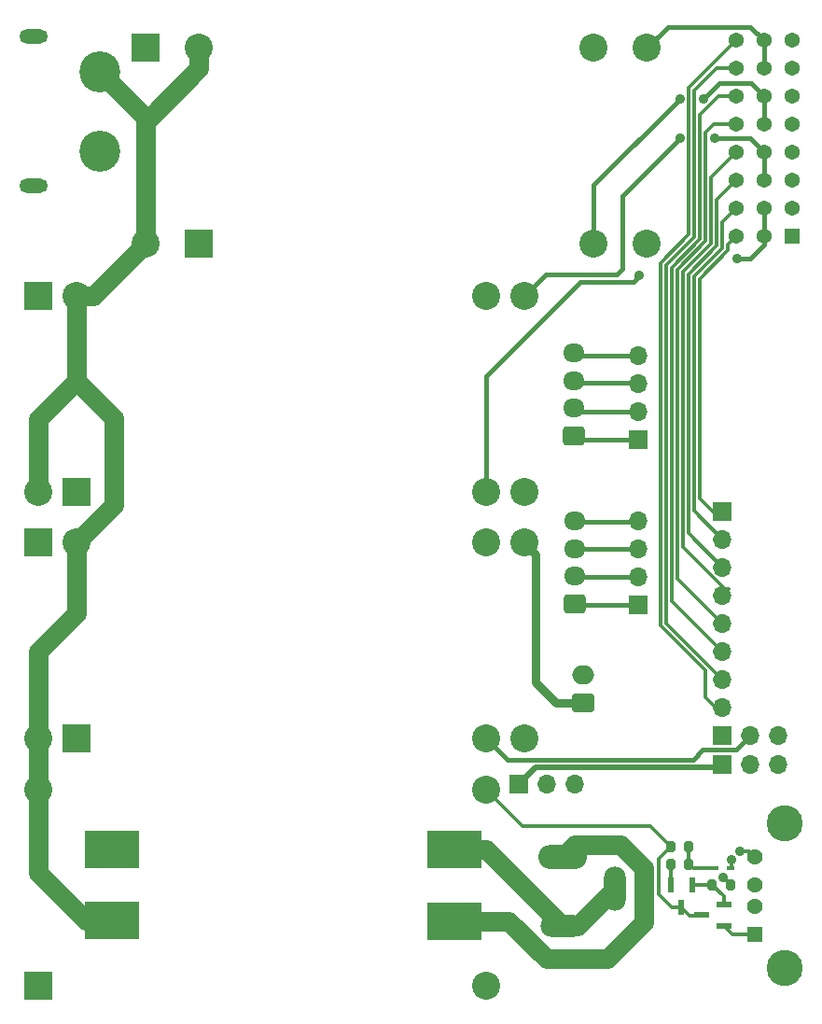
<source format=gtl>
G04 #@! TF.GenerationSoftware,KiCad,Pcbnew,7.0.8*
G04 #@! TF.CreationDate,2024-04-19T19:44:49-04:00*
G04 #@! TF.ProjectId,Aero_PDB,4165726f-5f50-4444-922e-6b696361645f,rev?*
G04 #@! TF.SameCoordinates,Original*
G04 #@! TF.FileFunction,Copper,L1,Top*
G04 #@! TF.FilePolarity,Positive*
%FSLAX46Y46*%
G04 Gerber Fmt 4.6, Leading zero omitted, Abs format (unit mm)*
G04 Created by KiCad (PCBNEW 7.0.8) date 2024-04-19 19:44:49*
%MOMM*%
%LPD*%
G01*
G04 APERTURE LIST*
G04 Aperture macros list*
%AMRoundRect*
0 Rectangle with rounded corners*
0 $1 Rounding radius*
0 $2 $3 $4 $5 $6 $7 $8 $9 X,Y pos of 4 corners*
0 Add a 4 corners polygon primitive as box body*
4,1,4,$2,$3,$4,$5,$6,$7,$8,$9,$2,$3,0*
0 Add four circle primitives for the rounded corners*
1,1,$1+$1,$2,$3*
1,1,$1+$1,$4,$5*
1,1,$1+$1,$6,$7*
1,1,$1+$1,$8,$9*
0 Add four rect primitives between the rounded corners*
20,1,$1+$1,$2,$3,$4,$5,0*
20,1,$1+$1,$4,$5,$6,$7,0*
20,1,$1+$1,$6,$7,$8,$9,0*
20,1,$1+$1,$8,$9,$2,$3,0*%
G04 Aperture macros list end*
G04 #@! TA.AperFunction,ComponentPad*
%ADD10R,2.540000X2.540000*%
G04 #@! TD*
G04 #@! TA.AperFunction,ComponentPad*
%ADD11C,2.540000*%
G04 #@! TD*
G04 #@! TA.AperFunction,ComponentPad*
%ADD12R,1.700000X1.700000*%
G04 #@! TD*
G04 #@! TA.AperFunction,ComponentPad*
%ADD13O,1.700000X1.700000*%
G04 #@! TD*
G04 #@! TA.AperFunction,ComponentPad*
%ADD14R,5.000000X3.500000*%
G04 #@! TD*
G04 #@! TA.AperFunction,SMDPad,CuDef*
%ADD15R,0.690000X0.400000*%
G04 #@! TD*
G04 #@! TA.AperFunction,ComponentPad*
%ADD16O,4.400000X2.200000*%
G04 #@! TD*
G04 #@! TA.AperFunction,ComponentPad*
%ADD17O,4.000000X2.000000*%
G04 #@! TD*
G04 #@! TA.AperFunction,ComponentPad*
%ADD18O,2.000000X4.000000*%
G04 #@! TD*
G04 #@! TA.AperFunction,SMDPad,CuDef*
%ADD19RoundRect,0.200000X-0.200000X-0.275000X0.200000X-0.275000X0.200000X0.275000X-0.200000X0.275000X0*%
G04 #@! TD*
G04 #@! TA.AperFunction,ComponentPad*
%ADD20R,1.428000X1.428000*%
G04 #@! TD*
G04 #@! TA.AperFunction,ComponentPad*
%ADD21C,1.428000*%
G04 #@! TD*
G04 #@! TA.AperFunction,ComponentPad*
%ADD22C,3.276000*%
G04 #@! TD*
G04 #@! TA.AperFunction,ComponentPad*
%ADD23RoundRect,0.250000X0.750000X-0.600000X0.750000X0.600000X-0.750000X0.600000X-0.750000X-0.600000X0*%
G04 #@! TD*
G04 #@! TA.AperFunction,ComponentPad*
%ADD24O,2.000000X1.700000*%
G04 #@! TD*
G04 #@! TA.AperFunction,SMDPad,CuDef*
%ADD25R,1.320800X0.558800*%
G04 #@! TD*
G04 #@! TA.AperFunction,SMDPad,CuDef*
%ADD26R,0.558800X1.320800*%
G04 #@! TD*
G04 #@! TA.AperFunction,ComponentPad*
%ADD27R,1.370000X1.370000*%
G04 #@! TD*
G04 #@! TA.AperFunction,ComponentPad*
%ADD28C,1.370000*%
G04 #@! TD*
G04 #@! TA.AperFunction,ComponentPad*
%ADD29RoundRect,0.250000X0.725000X-0.600000X0.725000X0.600000X-0.725000X0.600000X-0.725000X-0.600000X0*%
G04 #@! TD*
G04 #@! TA.AperFunction,ComponentPad*
%ADD30O,1.950000X1.700000*%
G04 #@! TD*
G04 #@! TA.AperFunction,ComponentPad*
%ADD31C,3.716000*%
G04 #@! TD*
G04 #@! TA.AperFunction,ComponentPad*
%ADD32O,2.600000X1.300000*%
G04 #@! TD*
G04 #@! TA.AperFunction,ViaPad*
%ADD33C,0.900000*%
G04 #@! TD*
G04 #@! TA.AperFunction,Conductor*
%ADD34C,0.450000*%
G04 #@! TD*
G04 #@! TA.AperFunction,Conductor*
%ADD35C,0.762000*%
G04 #@! TD*
G04 #@! TA.AperFunction,Conductor*
%ADD36C,1.778000*%
G04 #@! TD*
G04 #@! TA.AperFunction,Conductor*
%ADD37C,0.304800*%
G04 #@! TD*
G04 #@! TA.AperFunction,Conductor*
%ADD38C,0.500000*%
G04 #@! TD*
G04 APERTURE END LIST*
D10*
X62230000Y-99796600D03*
D11*
X62230000Y-117576600D03*
X102870000Y-117576600D03*
X102870000Y-99796600D03*
D12*
X124333000Y-97002600D03*
D13*
X124333000Y-99542600D03*
X124333000Y-102082600D03*
X124333000Y-104622600D03*
X124333000Y-107162600D03*
X124333000Y-109702600D03*
X124333000Y-112242600D03*
X124333000Y-114782600D03*
D14*
X68961000Y-134086600D03*
X68961000Y-127636600D03*
X99961000Y-127636600D03*
X99961000Y-134136600D03*
D10*
X72009000Y-54914800D03*
D11*
X72009000Y-72694800D03*
X112649000Y-72694800D03*
X112649000Y-54914800D03*
D15*
X123651840Y-129343360D03*
X125091840Y-129343360D03*
D16*
X109789200Y-128274500D03*
D17*
X109789200Y-134574500D03*
D18*
X114589200Y-131174500D03*
D19*
X119619440Y-127355760D03*
X121269440Y-127355760D03*
D20*
X127230700Y-135309700D03*
D21*
X127230700Y-132809700D03*
X127230700Y-130809700D03*
X127230700Y-128309700D03*
D22*
X129940700Y-138379700D03*
X129940700Y-125239700D03*
D12*
X116662200Y-90424000D03*
D13*
X116662200Y-87884000D03*
X116662200Y-85344000D03*
X116662200Y-82804000D03*
D23*
X111709200Y-114300000D03*
D24*
X111709200Y-111800000D03*
D12*
X124333000Y-117322600D03*
D13*
X126873000Y-117322600D03*
X129413000Y-117322600D03*
D25*
X124431440Y-134550360D03*
X124431440Y-132645360D03*
X122399440Y-133597860D03*
D12*
X105867200Y-121666000D03*
D13*
X108407200Y-121666000D03*
X110947200Y-121666000D03*
D19*
X123403240Y-130867360D03*
X125053240Y-130867360D03*
D12*
X116662200Y-105410000D03*
D13*
X116662200Y-102870000D03*
X116662200Y-100330000D03*
X116662200Y-97790000D03*
D26*
X121548540Y-130841960D03*
X119643540Y-130841960D03*
X120596040Y-132873960D03*
D27*
X130632200Y-72009000D03*
D28*
X128092200Y-72009000D03*
X125552200Y-72009000D03*
X130632200Y-69469000D03*
X128092200Y-69469000D03*
X125552200Y-69469000D03*
X130632200Y-66929000D03*
X128092200Y-66929000D03*
X125552200Y-66929000D03*
X130632200Y-64389000D03*
X128092200Y-64389000D03*
X125552200Y-64389000D03*
X130632200Y-61849000D03*
X128092200Y-61849000D03*
X125552200Y-61849000D03*
X130632200Y-59309000D03*
X128092200Y-59309000D03*
X125552200Y-59309000D03*
X130632200Y-56769000D03*
X128092200Y-56769000D03*
X125552200Y-56769000D03*
X130632200Y-54229000D03*
X128092200Y-54229000D03*
X125552200Y-54229000D03*
D10*
X62230000Y-77393800D03*
D11*
X62230000Y-95173800D03*
X102870000Y-95173800D03*
X102870000Y-77393800D03*
D29*
X110921800Y-105359200D03*
D30*
X110921800Y-102859200D03*
X110921800Y-100359200D03*
X110921800Y-97859200D03*
D29*
X110820200Y-90119200D03*
D30*
X110820200Y-87619200D03*
X110820200Y-85119200D03*
X110820200Y-82619200D03*
D12*
X124337072Y-119888000D03*
D13*
X126877072Y-119888000D03*
X129417072Y-119888000D03*
D19*
X119631840Y-128987760D03*
X121281840Y-128987760D03*
D31*
X67843400Y-57062000D03*
X67843400Y-64262000D03*
D32*
X61843400Y-67412000D03*
X61843400Y-53912000D03*
D10*
X65684400Y-95173800D03*
D11*
X65684400Y-77393800D03*
X106324400Y-77393800D03*
X106324400Y-95173800D03*
D10*
X65684400Y-117576600D03*
D11*
X65684400Y-99796600D03*
X106324400Y-99796600D03*
X106324400Y-117576600D03*
D10*
X76809600Y-72694800D03*
D11*
X76809600Y-54914800D03*
X117449600Y-54914800D03*
X117449600Y-72694800D03*
D10*
X62230000Y-139979400D03*
D11*
X62230000Y-122199400D03*
X102870000Y-122199400D03*
X102870000Y-139979400D03*
D33*
X125614800Y-74015600D03*
X116789200Y-75565000D03*
X123595600Y-63127583D03*
X120476400Y-63119000D03*
X122585123Y-59546650D03*
X120475523Y-59538374D03*
X125927500Y-127821900D03*
X124380640Y-130130760D03*
X125117240Y-128581360D03*
D34*
X122550000Y-118597600D02*
X125598000Y-118597600D01*
X104800400Y-119507000D02*
X121640600Y-119507000D01*
X121640600Y-119507000D02*
X122550000Y-118597600D01*
X125598000Y-118597600D02*
X126873000Y-117322600D01*
X102870000Y-117576600D02*
X104800400Y-119507000D01*
X125614800Y-74015600D02*
X126852440Y-74015600D01*
X102870000Y-84683600D02*
X102870000Y-95173800D01*
X128092200Y-72775840D02*
X128092200Y-72009000D01*
X111440200Y-76113400D02*
X102870000Y-84683600D01*
X128092200Y-72009000D02*
X128092200Y-69469000D01*
X116240800Y-76113400D02*
X111440200Y-76113400D01*
X116789200Y-75565000D02*
X116240800Y-76113400D01*
X126852440Y-74015600D02*
X128092200Y-72775840D01*
X128092200Y-66929000D02*
X128092200Y-64389000D01*
X120476400Y-63119000D02*
X115239800Y-68355600D01*
X115239800Y-68355600D02*
X115239800Y-74980800D01*
X114757200Y-75463400D02*
X108254800Y-75463400D01*
X115239800Y-74980800D02*
X114757200Y-75463400D01*
X126830783Y-63127583D02*
X128092200Y-64389000D01*
X123595600Y-63127583D02*
X126830783Y-63127583D01*
X108254800Y-75463400D02*
X106324400Y-77393800D01*
X124012573Y-58119200D02*
X126902400Y-58119200D01*
X126902400Y-58119200D02*
X128092200Y-59309000D01*
X112649000Y-67386200D02*
X112649000Y-72694800D01*
X120475523Y-59559677D02*
X112649000Y-67386200D01*
X120475523Y-59538374D02*
X120475523Y-59559677D01*
X128092200Y-59309000D02*
X128092200Y-61849000D01*
X122585123Y-59546650D02*
X124012573Y-58119200D01*
X128092200Y-54229000D02*
X128092200Y-56769000D01*
X119354600Y-53009800D02*
X117449600Y-54914800D01*
X128092200Y-54229000D02*
X126873000Y-53009800D01*
X126873000Y-53009800D02*
X119354600Y-53009800D01*
D35*
X107365800Y-112445800D02*
X109260000Y-114340000D01*
X106324400Y-99796600D02*
X107365800Y-100838000D01*
X107365800Y-100838000D02*
X107365800Y-112445800D01*
X109260000Y-114340000D02*
X111760000Y-114340000D01*
D36*
X76809600Y-56794400D02*
X76809600Y-54914800D01*
X62230000Y-129768600D02*
X62230000Y-122199400D01*
X69062600Y-88519000D02*
X65684400Y-85140800D01*
X72376400Y-61227600D02*
X76809600Y-56794400D01*
X68961000Y-134085000D02*
X66546400Y-134085000D01*
X72009000Y-61227600D02*
X72009000Y-72694800D01*
X62230000Y-95173800D02*
X62230000Y-88595200D01*
X62230000Y-117576600D02*
X62230000Y-122199400D01*
X66546400Y-134085000D02*
X62230000Y-129768600D01*
X65684400Y-99796600D02*
X69062600Y-96418400D01*
X62230000Y-117576600D02*
X62230000Y-109651800D01*
X67259200Y-77393800D02*
X71958200Y-72694800D01*
X71958200Y-72694800D02*
X72009000Y-72694800D01*
X62230000Y-109651800D02*
X65684400Y-106197400D01*
X65684400Y-77393800D02*
X67259200Y-77393800D01*
X62230000Y-88595200D02*
X65684400Y-85140800D01*
X67843400Y-57062000D02*
X72009000Y-61227600D01*
X65684400Y-106197400D02*
X65684400Y-99796600D01*
X72009000Y-61227600D02*
X72376400Y-61227600D01*
X65684400Y-85140800D02*
X65684400Y-77393800D01*
X69062600Y-96418400D02*
X69062600Y-88519000D01*
D37*
X125117240Y-129317960D02*
X125091840Y-129343360D01*
X125117240Y-128581360D02*
X125117240Y-129317960D01*
X124380640Y-130130760D02*
X124380640Y-130194760D01*
X125927500Y-127821900D02*
X126742900Y-127821900D01*
X124380640Y-130194760D02*
X125053240Y-130867360D01*
X126742900Y-127821900D02*
X127230700Y-128309700D01*
X121269440Y-127355760D02*
X121269440Y-128975360D01*
X121637440Y-129343360D02*
X123651840Y-129343360D01*
X121269440Y-128975360D02*
X121281840Y-128987760D01*
X121281840Y-128987760D02*
X121637440Y-129343360D01*
D38*
X124043072Y-120182000D02*
X107351200Y-120182000D01*
X107351200Y-120182000D02*
X105867200Y-121666000D01*
X124337072Y-119888000D02*
X124043072Y-120182000D01*
D37*
X122227800Y-75885670D02*
X124812400Y-73301065D01*
X124812400Y-72748800D02*
X125552200Y-72009000D01*
X122227800Y-95761000D02*
X122227800Y-75885670D01*
X124333000Y-97002600D02*
X123469400Y-97002600D01*
X124812400Y-73301065D02*
X124812400Y-72748800D01*
X123469400Y-97002600D02*
X122227800Y-95761000D01*
X124307600Y-70739000D02*
X125552200Y-69494400D01*
X124307600Y-73091971D02*
X124307600Y-70739000D01*
X125552200Y-69494400D02*
X125552200Y-69469000D01*
X121723000Y-75676575D02*
X124307600Y-73091971D01*
X124333000Y-99542600D02*
X121723000Y-96932600D01*
X121723000Y-96932600D02*
X121723000Y-75676575D01*
X121218200Y-75467480D02*
X123802800Y-72882877D01*
X121218200Y-98967800D02*
X121218200Y-75467480D01*
X123802800Y-68678400D02*
X125552200Y-66929000D01*
X124333000Y-102082600D02*
X121218200Y-98967800D01*
X123802800Y-72882877D02*
X123802800Y-68678400D01*
X123298000Y-66643200D02*
X125552200Y-64389000D01*
X124917200Y-104038400D02*
X124588349Y-104038400D01*
X120713400Y-75258384D02*
X123298000Y-72673783D01*
X124333000Y-104622600D02*
X124917200Y-104038400D01*
X124588349Y-104038400D02*
X120713400Y-100163451D01*
X120713400Y-100163451D02*
X120713400Y-75258384D01*
X123298000Y-72673783D02*
X123298000Y-66643200D01*
X120208600Y-103038200D02*
X120208600Y-75049288D01*
X122793200Y-72464688D02*
X122793200Y-62576000D01*
X123520200Y-61849000D02*
X125552200Y-61849000D01*
X124333000Y-107162600D02*
X120208600Y-103038200D01*
X120208600Y-75049288D02*
X122793200Y-72464688D01*
X122793200Y-62576000D02*
X123520200Y-61849000D01*
X123957539Y-59309000D02*
X122288400Y-60978139D01*
X122288400Y-60978139D02*
X122288400Y-72255592D01*
X122288400Y-72255592D02*
X119703800Y-74840192D01*
X119703800Y-105073400D02*
X124333000Y-109702600D01*
X119703800Y-74840192D02*
X119703800Y-105073400D01*
X125552200Y-59309000D02*
X123957539Y-59309000D01*
X119199000Y-74631096D02*
X121783600Y-72046496D01*
X123786435Y-56769000D02*
X125552200Y-56769000D01*
X121783600Y-72046496D02*
X121783600Y-60769044D01*
X121793000Y-60759644D02*
X121793000Y-59889292D01*
X124333000Y-112242600D02*
X119199000Y-107108600D01*
X121782723Y-58772712D02*
X123786435Y-56769000D01*
X121782723Y-59879015D02*
X121782723Y-58772712D01*
X119199000Y-107108600D02*
X119199000Y-74631096D01*
X121793000Y-59889292D02*
X121782723Y-59879015D01*
X121783600Y-60769044D02*
X121793000Y-60759644D01*
X121277923Y-60088110D02*
X121277923Y-58503277D01*
X121288200Y-60550549D02*
X121288200Y-60098388D01*
X118694200Y-107317695D02*
X118694200Y-74422000D01*
X122758200Y-111381696D02*
X118694200Y-107317695D01*
X121288200Y-60098388D02*
X121277923Y-60088110D01*
X121278800Y-60559949D02*
X121288200Y-60550549D01*
X118694200Y-74422000D02*
X121278800Y-71837400D01*
X121278800Y-71837400D02*
X121278800Y-60559949D01*
X121277923Y-58503277D02*
X125552200Y-54229000D01*
X122758200Y-113842800D02*
X122758200Y-111381696D01*
X124333000Y-114782600D02*
X123698000Y-114782600D01*
X123698000Y-114782600D02*
X122758200Y-113842800D01*
X125190780Y-135309700D02*
X127230700Y-135309700D01*
X124431440Y-134550360D02*
X125190780Y-135309700D01*
D36*
X109789200Y-134574500D02*
X111189200Y-134574500D01*
X102851300Y-127636600D02*
X99961000Y-127636600D01*
X109789200Y-134574500D02*
X102851300Y-127636600D01*
X111189200Y-134574500D02*
X114589200Y-131174500D01*
X99961000Y-134135000D02*
X104950400Y-134135000D01*
X117170200Y-134239000D02*
X117170200Y-129286000D01*
X113868200Y-137541000D02*
X117170200Y-134239000D01*
X108356400Y-137541000D02*
X113868200Y-137541000D01*
X115058700Y-127174500D02*
X110889200Y-127174500D01*
X110889200Y-127174500D02*
X109789200Y-128274500D01*
X104950400Y-134135000D02*
X108356400Y-137541000D01*
X117170200Y-129286000D02*
X115058700Y-127174500D01*
D37*
X124431440Y-131895560D02*
X123403240Y-130867360D01*
X123377840Y-130841960D02*
X123403240Y-130867360D01*
X121548540Y-130841960D02*
X123377840Y-130841960D01*
X124431440Y-132645360D02*
X124431440Y-131895560D01*
X119643540Y-130841960D02*
X119643540Y-128999460D01*
X119643540Y-128999460D02*
X119631840Y-128987760D01*
X118538640Y-128436560D02*
X119619440Y-127355760D01*
X121332640Y-133610560D02*
X122386740Y-133610560D01*
X102870000Y-122199400D02*
X106146600Y-125476000D01*
X122386740Y-133610560D02*
X122399440Y-133597860D01*
X119732440Y-132873960D02*
X118538640Y-131680160D01*
X120596040Y-132873960D02*
X119732440Y-132873960D01*
X106146600Y-125476000D02*
X117739680Y-125476000D01*
X120596040Y-132873960D02*
X121332640Y-133610560D01*
X118538640Y-131680160D02*
X118538640Y-128436560D01*
X117739680Y-125476000D02*
X119619440Y-127355760D01*
D34*
X110820200Y-85119200D02*
X111019600Y-85318600D01*
X111019600Y-85318600D02*
X116611400Y-85318600D01*
X116611400Y-85318600D02*
X116636800Y-85344000D01*
X111030400Y-82829400D02*
X116611400Y-82829400D01*
X110820200Y-82619200D02*
X111030400Y-82829400D01*
X116611400Y-82829400D02*
X116636800Y-82804000D01*
X111125000Y-90424000D02*
X116636800Y-90424000D01*
X110820200Y-90119200D02*
X111125000Y-90424000D01*
X116586000Y-87934800D02*
X116636800Y-87884000D01*
X110820200Y-87619200D02*
X111135800Y-87934800D01*
X111135800Y-87934800D02*
X116586000Y-87934800D01*
X110921800Y-100359200D02*
X110968800Y-100406200D01*
X110968800Y-100406200D02*
X116586000Y-100406200D01*
X116586000Y-100406200D02*
X116687600Y-100304600D01*
X110921800Y-97859200D02*
X110954200Y-97891600D01*
X110954200Y-97891600D02*
X116560600Y-97891600D01*
X116560600Y-97891600D02*
X116687600Y-97764600D01*
X110972600Y-105410000D02*
X116662200Y-105410000D01*
X110921800Y-105359200D02*
X110972600Y-105410000D01*
X116662200Y-105410000D02*
X116687600Y-105384600D01*
X116611400Y-102920800D02*
X116687600Y-102844600D01*
X110983400Y-102920800D02*
X116611400Y-102920800D01*
X110921800Y-102859200D02*
X110983400Y-102920800D01*
M02*

</source>
